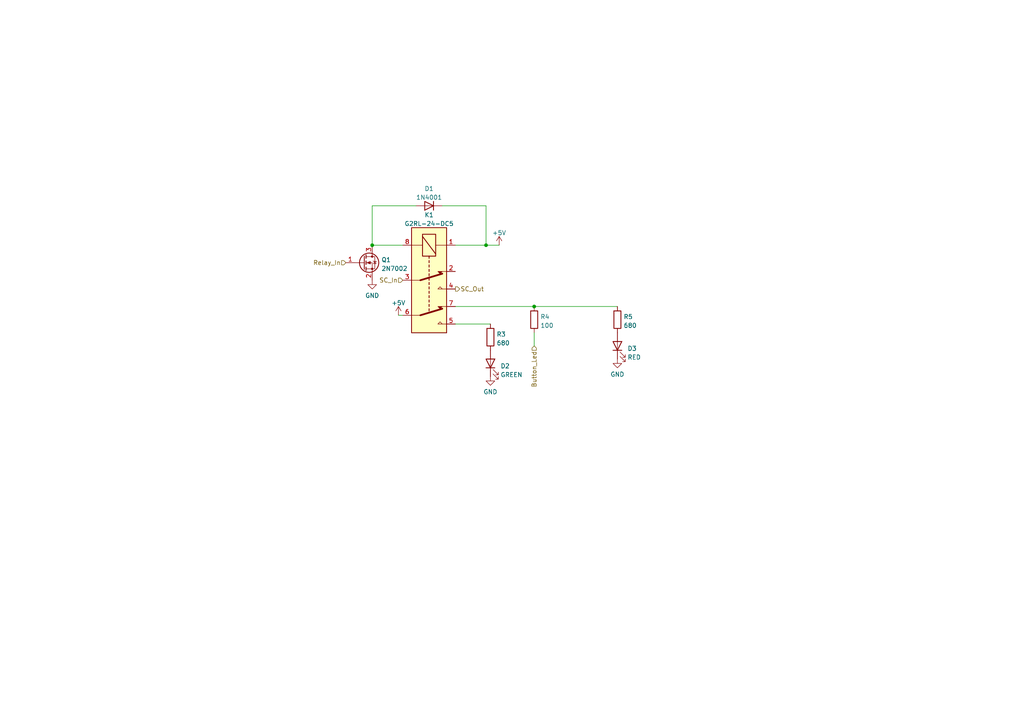
<source format=kicad_sch>
(kicad_sch (version 20211123) (generator eeschema)
  (paper "A4")
  (lib_symbols
    (symbol "Device:LED" (pin_numbers hide) (pin_names (offset 1.016) hide)
      (property "Reference" "D" (at 0 2.54 0))
      (property "Value" "LED" (at 0 -2.54 0))
      (symbol "LED_0_1"
        (polyline (pts (xy -1.27 -1.27) (xy -1.27 1.27)) (stroke (width 0.254)))
        (polyline (pts (xy -1.27 0) (xy 1.27 0)))
        (polyline (pts (xy 1.27 -1.27) (xy 1.27 1.27) (xy -1.27 0) (xy 1.27 -1.27)) (stroke (width 0.254)))
        (polyline (pts (xy -3.048 -0.762) (xy -4.572 -2.286) (xy -3.81 -2.286) (xy -4.572 -2.286) (xy -4.572 -1.524)))
        (polyline (pts (xy -1.778 -0.762) (xy -3.302 -2.286) (xy -2.54 -2.286) (xy -3.302 -2.286) (xy -3.302 -1.524)))
      )
      (symbol "LED_1_1"
        (pin passive line (at -3.81 0 0) (length 2.54) (name "K") (number "1"))
        (pin passive line (at 3.81 0 180) (length 2.54) (name "A") (number "2"))
      )
    )
    (symbol "Device:R" (pin_numbers hide) (pin_names (offset 0))
      (property "Reference" "R" (at 2.032 0 90))
      (property "Value" "R" (at 0 0 90))
      (symbol "R_0_1"
        (rectangle (start -1.016 -2.54) (end 1.016 2.54) (stroke (width 0.254)))
      )
      (symbol "R_1_1"
        (pin passive line (at 0 3.81 270) (length 1.27) (name "~") (number "1"))
        (pin passive line (at 0 -3.81 90) (length 1.27) (name "~") (number "2"))
      )
    )
    (symbol "Diode:1N4001" (pin_numbers hide) (pin_names (offset 1.016) hide)
      (property "Reference" "D" (at 0 2.54 0))
      (property "Value" "1N4001" (at 0 -2.54 0))
      (symbol "1N4001_0_1"
        (polyline (pts (xy -1.27 1.27) (xy -1.27 -1.27)) (stroke (width 0.254)))
        (polyline (pts (xy 1.27 0) (xy -1.27 0)))
        (polyline (pts (xy 1.27 1.27) (xy 1.27 -1.27) (xy -1.27 0) (xy 1.27 1.27)) (stroke (width 0.254)))
      )
      (symbol "1N4001_1_1"
        (pin passive line (at -3.81 0 0) (length 2.54) (name "K") (number "1"))
        (pin passive line (at 3.81 0 180) (length 2.54) (name "A") (number "2"))
      )
    )
    (symbol "Relay:G2RL-24-DC5"
      (property "Reference" "RL" (at 16.51 3.81 0))
      (property "Value" "G2RL-24-DC5" (at 16.51 1.27 0))
      (symbol "G2RL-24-DC5_0_1"
        (rectangle (start -15.24 5.08) (end 15.24 -5.08) (stroke (width 0.254)) (fill (type background)))
        (rectangle (start -13.335 1.905) (end -6.985 -1.905) (stroke (width 0.254)))
        (polyline (pts (xy -12.7 -1.905) (xy -7.62 1.905)) (stroke (width 0.254)))
        (polyline (pts (xy -10.16 -5.08) (xy -10.16 -1.905)))
        (polyline (pts (xy -10.16 5.08) (xy -10.16 1.905)))
        (polyline (pts (xy -6.985 0) (xy -6.35 0)) (stroke (width 0.254)))
        (polyline (pts (xy -5.715 0) (xy -5.08 0)) (stroke (width 0.254)))
        (polyline (pts (xy -4.445 0) (xy -3.81 0)) (stroke (width 0.254)))
        (polyline (pts (xy -3.175 0) (xy -2.54 0)) (stroke (width 0.254)))
        (polyline (pts (xy -1.905 0) (xy -1.27 0)) (stroke (width 0.254)))
        (polyline (pts (xy -0.635 0) (xy 0 0)) (stroke (width 0.254)))
        (polyline (pts (xy 0 -2.54) (xy -1.905 3.81)) (stroke (width 0.508)))
        (polyline (pts (xy 0 -2.54) (xy 0 -5.08)))
        (polyline (pts (xy 0.635 0) (xy 1.27 0)) (stroke (width 0.254)))
        (polyline (pts (xy 1.905 0) (xy 2.54 0)) (stroke (width 0.254)))
        (polyline (pts (xy 3.175 0) (xy 3.81 0)) (stroke (width 0.254)))
        (polyline (pts (xy 4.445 0) (xy 5.08 0)) (stroke (width 0.254)))
        (polyline (pts (xy 5.715 0) (xy 6.35 0)) (stroke (width 0.254)))
        (polyline (pts (xy 6.985 0) (xy 7.62 0)) (stroke (width 0.254)))
        (polyline (pts (xy 8.255 0) (xy 8.89 0)) (stroke (width 0.254)))
        (polyline (pts (xy 10.16 -2.54) (xy 8.255 3.81)) (stroke (width 0.508)))
        (polyline (pts (xy 10.16 -2.54) (xy 10.16 -5.08)))
        (polyline (pts (xy -2.54 5.08) (xy -2.54 2.54) (xy -1.905 3.175) (xy -2.54 3.81)) (fill (type outline)))
        (polyline (pts (xy 2.54 5.08) (xy 2.54 2.54) (xy 1.905 3.175) (xy 2.54 3.81)))
        (polyline (pts (xy 7.62 5.08) (xy 7.62 2.54) (xy 8.255 3.175) (xy 7.62 3.81)) (fill (type outline)))
        (polyline (pts (xy 12.7 5.08) (xy 12.7 2.54) (xy 12.065 3.175) (xy 12.7 3.81)))
      )
      (symbol "G2RL-24-DC5_1_1"
        (pin passive line (at -10.16 7.62 270) (length 2.54) (name "~") (number "1"))
        (pin passive line (at -2.54 7.62 270) (length 2.54) (name "~") (number "2"))
        (pin passive line (at 0 -7.62 90) (length 2.54) (name "~") (number "3"))
        (pin passive line (at 2.54 7.62 270) (length 2.54) (name "~") (number "4"))
        (pin passive line (at 12.7 7.62 270) (length 2.54) (name "~") (number "5"))
        (pin passive line (at 10.16 -7.62 90) (length 2.54) (name "~") (number "6"))
        (pin passive line (at 7.62 7.62 270) (length 2.54) (name "~") (number "7"))
        (pin passive line (at -10.16 -7.62 90) (length 2.54) (name "~") (number "8"))
      )
    )
    (symbol "Transistor_FET:2N7002" (pin_names hide)
      (property "Reference" "Q" (at 5.08 1.905 0))
      (property "Value" "2N7002" (at 5.08 0 0))
      (symbol "2N7002_0_1"
        (polyline (pts (xy 0.254 0) (xy -2.54 0)))
        (polyline (pts (xy 0.254 1.905) (xy 0.254 -1.905)) (stroke (width 0.254)))
        (polyline (pts (xy 0.762 -1.27) (xy 0.762 -2.286)) (stroke (width 0.254)))
        (polyline (pts (xy 0.762 0.508) (xy 0.762 -0.508)) (stroke (width 0.254)))
        (polyline (pts (xy 0.762 2.286) (xy 0.762 1.27)) (stroke (width 0.254)))
        (polyline (pts (xy 2.54 2.54) (xy 2.54 1.778)))
        (polyline (pts (xy 2.54 -2.54) (xy 2.54 0) (xy 0.762 0)))
        (polyline (pts (xy 0.762 -1.778) (xy 3.302 -1.778) (xy 3.302 1.778) (xy 0.762 1.778)))
        (polyline (pts (xy 1.016 0) (xy 2.032 0.381) (xy 2.032 -0.381) (xy 1.016 0)) (fill (type outline)))
        (polyline (pts (xy 2.794 0.508) (xy 2.921 0.381) (xy 3.683 0.381) (xy 3.81 0.254)))
        (polyline (pts (xy 3.302 0.381) (xy 2.921 -0.254) (xy 3.683 -0.254) (xy 3.302 0.381)))
        (circle (center 1.651 0) (radius 2.794) (stroke (width 0.254)))
        (circle (center 2.54 -1.778) (radius 0.254) (fill (type outline)))
        (circle (center 2.54 1.778) (radius 0.254) (fill (type outline)))
      )
      (symbol "2N7002_1_1"
        (pin input line (at -5.08 0 0) (length 2.54) (name "G") (number "1"))
        (pin passive line (at 2.54 -5.08 90) (length 2.54) (name "S") (number "2"))
        (pin passive line (at 2.54 5.08 270) (length 2.54) (name "D") (number "3"))
      )
    )
    (symbol "power:+5V" (power) (pin_names (offset 0))
      (property "Value" "+5V" (at 0 3.556 0))
      (symbol "+5V_0_1"
        (polyline (pts (xy -0.762 1.27) (xy 0 2.54)))
        (polyline (pts (xy 0 0) (xy 0 2.54)))
        (polyline (pts (xy 0 2.54) (xy 0.762 1.27)))
      )
      (symbol "+5V_1_1"
        (pin power_in line (at 0 0 90) (length 0) hide (name "+5V") (number "1"))
      )
    )
    (symbol "power:GND" (power) (pin_names (offset 0))
      (property "Value" "GND" (at 0 -3.81 0))
      (symbol "GND_0_1"
        (polyline (pts (xy 0 0) (xy 0 -1.27) (xy 1.27 -1.27) (xy 0 -2.54) (xy -1.27 -1.27) (xy 0 -1.27)))
      )
      (symbol "GND_1_1"
        (pin power_in line (at 0 0 270) (length 0) hide (name "GND") (number "1"))
      )
    )
  )
  (junction (at 140.97 71.12))
  (junction (at 107.95 71.12))
  (junction (at 154.94 88.9))
  (wire (pts (xy 107.95 59.69) (xy 107.95 71.12)))
  (wire (pts (xy 140.97 59.69) (xy 140.97 71.12)))
  (wire (pts (xy 132.08 88.9) (xy 154.94 88.9)))
  (wire (pts (xy 140.97 71.12) (xy 144.78 71.12)))
  (wire (pts (xy 128.27 59.69) (xy 140.97 59.69)))
  (wire (pts (xy 107.95 71.12) (xy 116.84 71.12)))
  (wire (pts (xy 120.65 59.69) (xy 107.95 59.69)))
  (wire (pts (xy 154.94 100.33) (xy 154.94 96.52)))
  (wire (pts (xy 132.08 71.12) (xy 140.97 71.12)))
  (wire (pts (xy 115.57 91.44) (xy 116.84 91.44)))
  (wire (pts (xy 154.94 88.9) (xy 179.07 88.9)))
  (wire (pts (xy 132.08 93.98) (xy 142.24 93.98)))
  (hierarchical_label "Relay_In" (shape input) (at 100.33 76.2 180))
  (hierarchical_label "SC_Out" (shape output) (at 132.08 83.82 0))
  (hierarchical_label "SC_In" (shape input) (at 116.84 81.28 180))
  (hierarchical_label "Button_Led" (shape input) (at 154.94 100.33 270))
  (symbol (lib_id "Relay:G2RL-24-DC5") (at 124.46 81.28 270) (unit 1)
    (property "Reference" "K1" (at 124.46 62.3402 90))
    (property "Value" "G2RL-24-DC5" (at 124.46 64.8771 90))
    (property "Footprint" "Relay_THT:Relay_DPDT_Omron_G2RL" (effects hide))
    (property "Datasheet" "https://omronfs.omron.com/en_US/ecb/products/pdf/en-g2rl.pdf" (effects hide))
    (property "Description" "General Purpose Relays DPDT 5VDC Class F Sealed, Hi-Capacity" (effects hide))
    (property "Height" "15.7" (effects hide))
    (property "Mouser Part Number" "653-G2RL-24-DC5" (effects hide))
    (property "Mouser Price/Stock" "https://www.mouser.co.uk/ProductDetail/Omron-Electronics/G2RL-24-DC5?qs=HDDQUw%2F3PhqJg7sIn7s%2Fiw%3D%3D" (effects hide))
    (property "Manufacturer_Name" "Omron Electronics" (effects hide))
    (property "Manufacturer_Part_Number" "G2RL-24-DC5" (effects hide))
  )
  (symbol (lib_id "power:GND") (at 107.95 81.28 0) (unit 1)
    (property "Reference" "#PWR0129" (effects hide))
    (property "Value" "GND" (at 107.95 85.7234 0))
  )
  (symbol (lib_id "Transistor_FET:2N7002") (at 105.41 76.2 0) (unit 1)
    (property "Reference" "Q1" (at 110.617 75.3653 0) (effects (justify left)))
    (property "Value" "2N7002" (at 110.617 77.9022 0) (effects (justify left)))
    (property "Footprint" "Package_TO_SOT_SMD:SOT-23" (effects hide))
    (property "Datasheet" "https://www.onsemi.com/pub/Collateral/NDS7002A-D.PDF" (effects hide))
  )
  (symbol (lib_id "power:+5V") (at 144.78 71.12 0) (unit 1)
    (property "Reference" "#PWR0107" (effects hide))
    (property "Value" "+5V" (at 144.78 67.5442 0))
  )
  (symbol (lib_id "Device:LED") (at 179.07 100.33 90) (unit 1)
    (property "Reference" "D3" (at 181.991 101.0828 90) (effects (justify right)))
    (property "Value" "RED" (at 181.991 103.6197 90) (effects (justify right)))
    (property "Footprint" "Diode_SMD:D_1206_3216Metric_Pad1.42x1.75mm_HandSolder" (effects hide))
  )
  (symbol (lib_id "power:GND") (at 179.07 104.14 0) (unit 1)
    (property "Reference" "#PWR0128" (effects hide))
    (property "Value" "GND" (at 179.07 108.5834 0))
  )
  (symbol (lib_id "Device:R") (at 142.24 97.79 0) (unit 1)
    (property "Reference" "R3" (at 144.018 96.9553 0) (effects (justify left)))
    (property "Value" "680" (at 144.018 99.4922 0) (effects (justify left)))
    (property "Footprint" "Resistor_SMD:R_1206_3216Metric_Pad1.30x1.75mm_HandSolder" (effects hide))
  )
  (symbol (lib_id "power:+5V") (at 115.57 91.44 0) (unit 1)
    (property "Reference" "#PWR0130" (effects hide))
    (property "Value" "+5V" (at 115.57 87.8642 0))
  )
  (symbol (lib_id "Device:LED") (at 142.24 105.41 90) (unit 1)
    (property "Reference" "D2" (at 145.161 106.1628 90) (effects (justify right)))
    (property "Value" "GREEN" (at 145.161 108.6997 90) (effects (justify right)))
    (property "Footprint" "Diode_SMD:D_1206_3216Metric_Pad1.42x1.75mm_HandSolder" (effects hide))
  )
  (symbol (lib_id "Diode:1N4001") (at 124.46 59.69 180) (unit 1)
    (property "Reference" "D1" (at 124.46 54.7202 0))
    (property "Value" "1N4001" (at 124.46 57.2571 0))
    (property "Footprint" "Diode_THT:D_DO-41_SOD81_P10.16mm_Horizontal" (effects hide))
    (property "Datasheet" "http://www.vishay.com/docs/88503/1n4001.pdf" (effects hide))
  )
  (symbol (lib_id "power:GND") (at 142.24 109.22 0) (unit 1)
    (property "Reference" "#PWR0126" (effects hide))
    (property "Value" "GND" (at 142.24 113.6634 0))
  )
  (symbol (lib_id "Device:R") (at 179.07 92.71 0) (unit 1)
    (property "Reference" "R5" (at 180.848 91.8753 0) (effects (justify left)))
    (property "Value" "680" (at 180.848 94.4122 0) (effects (justify left)))
    (property "Footprint" "Resistor_SMD:R_1206_3216Metric_Pad1.30x1.75mm_HandSolder" (effects hide))
  )
  (symbol (lib_id "Device:R") (at 154.94 92.71 0) (unit 1)
    (property "Reference" "R4" (at 156.718 91.8753 0) (effects (justify left)))
    (property "Value" "100" (at 156.718 94.4122 0) (effects (justify left)))
    (property "Footprint" "Resistor_SMD:R_1206_3216Metric_Pad1.30x1.75mm_HandSolder" (effects hide))
  )
)
</source>
